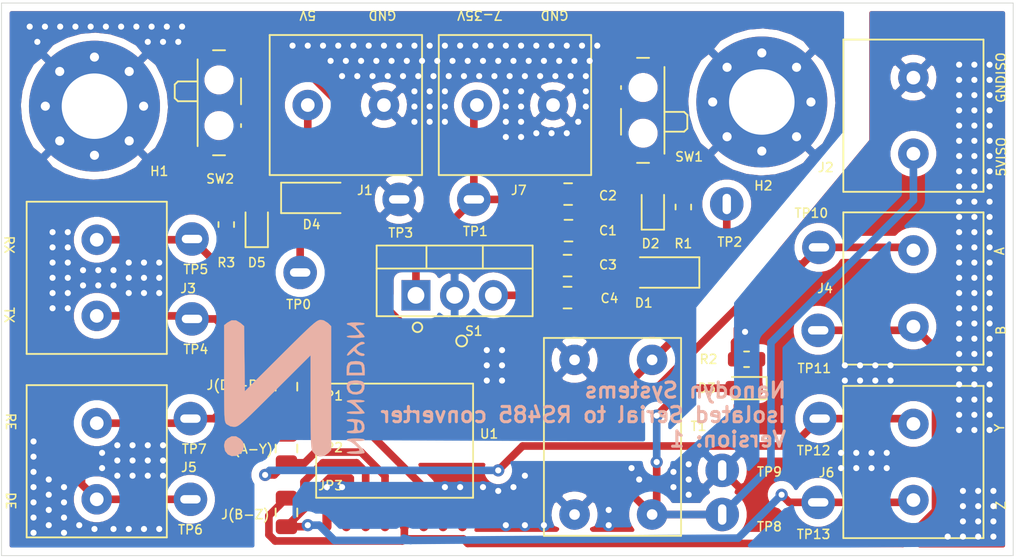
<source format=kicad_pcb>
(kicad_pcb (version 20171130) (host pcbnew "(5.1.5)-3")
  (layers (0 F.Cu signal) (31 B.Cu signal) (34 B.Paste user) (35 F.Paste user) (36 B.SilkS user) (37 F.SilkS user) (38 B.Mask user) (39 F.Mask user) (44 Edge.Cuts user))
  (net 0 "")
  (net 1 Input)
  (net 2 GND)
  (net 3 5V)
  (net 4 RX)
  (net 5 RE)
  (net 6 GNDISO)
  (net 7 A)
  (net 8 Y)
  (net 9 DE)
  (net 10 Z)
  (net 11 B)
  (net 12 5VISO)
  (net 13 TX)
  (net 14 "Net-(C3-Pad1)")
  (net 15 "Net-(D1-Pad2)")
  (net 16 "Net-(D2-Pad1)")
  (net 17 "Net-(D3-Pad1)")
  (net 18 "Net-(D4-Pad1)")
  (net 19 "Net-(D5-Pad1)")
  (net 20 5VINPUT)
  (module parts:XY118-5.0-2P (layer F.Cu) (at 86.15 79.45 90)
    (fp_text reference J4 (at 0 -4.2 180) (layer F.SilkS) (effects (font (size 0.6 0.6) (thickness 0.1))))
    (fp_text value XY118-5.0-2P)
    (pad 2 thru_hole circle (at 2.5 1.6 90) (size 2 2) (drill 0.9) (layers *.Cu *.Mask) (net 7 A))
    (pad 1 thru_hole circle (at -2.5 1.6 90) (size 2 2) (drill 0.9) (layers *.Cu *.Mask) (net 11 B))
  )
  (module parts:XY118-5.0-2P (layer F.Cu) (at 86.15 90.85 90)
    (fp_text reference J6 (at -0.7 -4.1 180) (layer F.SilkS) (effects (font (size 0.6 0.6) (thickness 0.1))))
    (fp_text value XY118-5.0-2P)
    (pad 2 thru_hole circle (at 2.5 1.6 90) (size 2 2) (drill 0.9) (layers *.Cu *.Mask) (net 8 Y))
    (pad 1 thru_hole circle (at -2.5 1.6 90) (size 2 2) (drill 0.9) (layers *.Cu *.Mask) (net 10 Z))
  )
  (module parts:XY118-5.0-2P (layer F.Cu) (at 86.15 68.1 90)
    (fp_text reference J2 (at -3.4 -4.15 180) (layer F.SilkS) (effects (font (size 0.6 0.6) (thickness 0.1))))
    (fp_text value XY118-5.0-2P)
    (pad 2 thru_hole circle (at 2.5 1.6 90) (size 2 2) (drill 0.9) (layers *.Cu *.Mask) (net 6 GNDISO))
    (pad 1 thru_hole circle (at -2.5 1.6 90) (size 2 2) (drill 0.9) (layers *.Cu *.Mask) (net 12 5VISO))
  )
  (module parts:XY118-5.0-2P (layer F.Cu) (at 32.55 90.8 90)
    (fp_text reference J5 (at -0.4 7.65 180) (layer F.SilkS) (effects (font (size 0.6 0.6) (thickness 0.1))))
    (fp_text value XY118-5.0-2P)
    (pad 2 thru_hole circle (at 2.5 1.6 90) (size 2 2) (drill 0.9) (layers *.Cu *.Mask) (net 5 RE))
    (pad 1 thru_hole circle (at -2.5 1.6 90) (size 2 2) (drill 0.9) (layers *.Cu *.Mask) (net 9 DE))
  )
  (module parts:XY118-5.0-2P (layer F.Cu) (at 32.55 78.75 90)
    (fp_text reference J3 (at -0.7 7.6 180) (layer F.SilkS) (effects (font (size 0.6 0.6) (thickness 0.1))))
    (fp_text value XY118-5.0-2P)
    (pad 2 thru_hole circle (at 2.5 1.6 90) (size 2 2) (drill 0.9) (layers *.Cu *.Mask) (net 4 RX))
    (pad 1 thru_hole circle (at -2.5 1.6 90) (size 2 2) (drill 0.9) (layers *.Cu *.Mask) (net 13 TX))
  )
  (module parts:XY118-5.0-2P (layer F.Cu) (at 50.5 69 180)
    (fp_text reference J1 (at -1.25 -4) (layer F.SilkS) (effects (font (size 0.6 0.6) (thickness 0.1))))
    (fp_text value XY118-5.0-2P)
    (pad 2 thru_hole circle (at 2.5 1.6 180) (size 2 2) (drill 0.9) (layers *.Cu *.Mask) (net 20 5VINPUT))
    (pad 1 thru_hole circle (at -2.5 1.6 180) (size 2 2) (drill 0.9) (layers *.Cu *.Mask) (net 2 GND))
  )
  (module parts:XY118-5.0-2P (layer F.Cu) (at 61.6 69 180)
    (fp_text reference J7 (at -0.25 -4) (layer F.SilkS) (effects (font (size 0.6 0.6) (thickness 0.1))))
    (fp_text value XY118-5.0-2P)
    (pad 2 thru_hole circle (at 2.5 1.6 180) (size 2 2) (drill 0.9) (layers *.Cu *.Mask) (net 1 Input))
    (pad 1 thru_hole circle (at -2.5 1.6 180) (size 2 2) (drill 0.9) (layers *.Cu *.Mask) (net 2 GND))
  )
  (module Package_TO_SOT_THT:TO-220-3_Vertical (layer F.Cu) (at 55.1 79.9)
    (fp_text reference S1 (at 3.8 2.35) (layer F.SilkS) (effects (font (size 0.6 0.6) (thickness 0.1))))
    (fp_text value LM7805_TO220)
    (pad 3 thru_hole oval (at 5.08 0) (size 1.905 2) (drill 1.1) (layers *.Cu *.Mask) (net 14 "Net-(C3-Pad1)"))
    (pad 2 thru_hole oval (at 2.54 0) (size 1.905 2) (drill 1.1) (layers *.Cu *.Mask) (net 2 GND))
    (pad 1 thru_hole rect (at 0 0) (size 1.905 2) (drill 1.1) (layers *.Cu *.Mask) (net 1 Input))
  )
  (module Button_Switch_SMD:SW_SPDT_PCM12 (layer F.Cu) (at 69.68 67.75 90)
    (fp_text reference SW1 (at -3.05 3.35 180) (layer F.SilkS) (effects (font (size 0.6 0.6) (thickness 0.1))))
    (fp_text value SW_SPDT)
    (pad "" smd rect (at -3.65 -0.78 90) (size 1 0.8) (layers F.Cu F.Paste F.Mask))
    (pad "" smd rect (at 3.65 -0.78 90) (size 1 0.8) (layers F.Cu F.Paste F.Mask))
    (pad "" smd rect (at 3.65 1.43 90) (size 1 0.8) (layers F.Cu F.Paste F.Mask))
    (pad "" smd rect (at -3.65 1.43 90) (size 1 0.8) (layers F.Cu F.Paste F.Mask))
    (pad 3 smd rect (at 2.25 -1.43 90) (size 0.7 1.5) (layers F.Cu F.Paste F.Mask))
    (pad 2 smd rect (at 0.75 -1.43 90) (size 0.7 1.5) (layers F.Cu F.Paste F.Mask) (net 14 "Net-(C3-Pad1)"))
    (pad 1 smd rect (at -2.25 -1.43 90) (size 0.7 1.5) (layers F.Cu F.Paste F.Mask) (net 15 "Net-(D1-Pad2)"))
    (pad "" np_thru_hole circle (at 1.5 0.33 90) (size 0.9 0.9) (drill 0.9) (layers *.Cu *.Mask))
    (pad "" np_thru_hole circle (at -1.5 0.33 90) (size 0.9 0.9) (drill 0.9) (layers *.Cu *.Mask))
  )
  (module parts:NanodynSilkscreen (layer B.Cu) (at 47.25 86 180)
    (fp_text reference G*** hide)
    (fp_text value LOGO hide)
  )
  (module parts:5001 (layer F.Cu) (at 81.5 82.2)
    (fp_text reference TP11 (at -0.25 2.5) (layer F.SilkS) (effects (font (size 0.6 0.6) (thickness 0.1))))
    (fp_text value 5001)
    (pad 1 thru_hole circle (at 0 0) (size 2.2 2.2) (drill oval 1.34 0.55) (layers *.Cu *.Mask) (net 11 B))
  )
  (module parts:5001 (layer F.Cu) (at 58.9 73.6)
    (fp_text reference TP1 (at 0.1 2.1) (layer F.SilkS) (effects (font (size 0.6 0.6) (thickness 0.1))))
    (fp_text value 5001)
    (pad 1 thru_hole circle (at 0 0) (size 2.2 2.2) (drill oval 1.34 0.55) (layers *.Cu *.Mask) (net 1 Input))
  )
  (module parts:5001 (layer F.Cu) (at 40.3 93.3)
    (fp_text reference TP6 (at 0 2) (layer F.SilkS) (effects (font (size 0.6 0.6) (thickness 0.1))))
    (fp_text value 5001)
    (pad 1 thru_hole circle (at 0 0) (size 2.2 2.2) (drill oval 1.34 0.55) (layers *.Cu *.Mask) (net 9 DE))
  )
  (module parts:5001 (layer F.Cu) (at 40.4 76.2)
    (fp_text reference TP5 (at 0.25 2) (layer F.SilkS) (effects (font (size 0.6 0.6) (thickness 0.1))))
    (fp_text value 5001)
    (pad 1 thru_hole circle (at 0 0) (size 2.2 2.2) (drill oval 1.34 0.55) (layers *.Cu *.Mask) (net 4 RX))
  )
  (module parts:5001 (layer F.Cu) (at 81.5 93.5)
    (fp_text reference TP13 (at -0.3 2.1) (layer F.SilkS) (effects (font (size 0.6 0.6) (thickness 0.1))))
    (fp_text value 5001)
    (pad 1 thru_hole circle (at 0 0) (size 2.2 2.2) (drill oval 1.34 0.55) (layers *.Cu *.Mask) (net 10 Z))
  )
  (module parts:HR610660 (layer F.Cu) (at 68.1 90.4 180)
    (fp_text reference T1 (at -5.55 1.9) (layer F.SilkS) (effects (font (size 0.6 0.6) (thickness 0.1))))
    (fp_text value HR610660)
    (pad 5 thru_hole circle (at -2.5 6.26 180) (size 2 2) (drill 0.7) (layers *.Cu *.Mask) (net 3 5V))
    (pad 1 thru_hole circle (at 2.59 6.26 180) (size 2 2) (drill 0.7) (layers *.Cu *.Mask) (net 2 GND))
    (pad 2 thru_hole circle (at 2.59 -3.9 180) (size 2 2) (drill 0.7) (layers *.Cu *.Mask) (net 6 GNDISO))
    (pad 6 thru_hole circle (at -2.5 -3.9 180) (size 2 2) (drill 0.7) (layers *.Cu *.Mask) (net 12 5VISO))
  )
  (module parts:5001 (layer F.Cu) (at 54 73.6)
    (fp_text reference TP3 (at 0.1 2.2) (layer F.SilkS) (effects (font (size 0.6 0.6) (thickness 0.1))))
    (fp_text value 5001)
    (pad 1 thru_hole circle (at 0 0) (size 2.2 2.2) (drill oval 1.34 0.55) (layers *.Cu *.Mask) (net 2 GND))
  )
  (module parts:5001 (layer F.Cu) (at 75.2 91.4 270)
    (fp_text reference TP9 (at 0.1 -3.1 180) (layer F.SilkS) (effects (font (size 0.6 0.6) (thickness 0.1))))
    (fp_text value 5001)
    (pad 1 thru_hole circle (at 0 0 270) (size 2.2 2.2) (drill oval 1.34 0.55) (layers *.Cu *.Mask) (net 6 GNDISO))
  )
  (module parts:5001 (layer F.Cu) (at 40.4 81.45)
    (fp_text reference TP4 (at 0.25 2) (layer F.SilkS) (effects (font (size 0.6 0.6) (thickness 0.1))))
    (fp_text value 5001)
    (pad 1 thru_hole circle (at 0 0) (size 2.2 2.2) (drill oval 1.34 0.55) (layers *.Cu *.Mask) (net 13 TX))
  )
  (module parts:5001 (layer F.Cu) (at 75.5 73.9 90)
    (fp_text reference TP2 (at -2.5 0.2 180) (layer F.SilkS) (effects (font (size 0.6 0.6) (thickness 0.1))))
    (fp_text value 5001)
    (pad 1 thru_hole circle (at 0 0 90) (size 2.2 2.2) (drill oval 1.34 0.55) (layers *.Cu *.Mask) (net 3 5V))
  )
  (module parts:5001 (layer F.Cu) (at 40.3 88)
    (fp_text reference TP7 (at 0.25 2) (layer F.SilkS) (effects (font (size 0.6 0.6) (thickness 0.1))))
    (fp_text value 5001)
    (pad 1 thru_hole circle (at 0 0) (size 2.2 2.2) (drill oval 1.34 0.55) (layers *.Cu *.Mask) (net 5 RE))
  )
  (module parts:5001 (layer F.Cu) (at 81.55 76.75)
    (fp_text reference TP10 (at -0.5 -2.25) (layer F.SilkS) (effects (font (size 0.6 0.6) (thickness 0.1))))
    (fp_text value 5001)
    (pad 1 thru_hole circle (at 0 0) (size 2.2 2.2) (drill oval 1.34 0.55) (layers *.Cu *.Mask) (net 7 A))
  )
  (module parts:5001 (layer F.Cu) (at 81.6 88)
    (fp_text reference TP12 (at -0.4 2.1) (layer F.SilkS) (effects (font (size 0.6 0.6) (thickness 0.1))))
    (fp_text value 5001)
    (pad 1 thru_hole circle (at 0 0) (size 2.2 2.2) (drill oval 1.34 0.55) (layers *.Cu *.Mask) (net 8 Y))
  )
  (module parts:5001 (layer F.Cu) (at 75.2 94.3 90)
    (fp_text reference TP8 (at -0.8 3.1 180) (layer F.SilkS) (effects (font (size 0.6 0.6) (thickness 0.1))))
    (fp_text value 5001)
    (pad 1 thru_hole circle (at 0 0 90) (size 2.2 2.2) (drill oval 1.34 0.55) (layers *.Cu *.Mask) (net 12 5VISO))
  )
  (module Capacitor_SMD:C_0805_2012Metric (layer F.Cu) (at 65.0875 73.25)
    (fp_text reference C2 (at 2.6125 0.1 180) (layer F.SilkS) (effects (font (size 0.6 0.6) (thickness 0.1))))
    (fp_text value 10n)
    (pad 2 smd roundrect (at 0.9375 0) (size 0.975 1.4) (layers F.Cu F.Paste F.Mask) (net 2 GND))
    (pad 1 smd roundrect (at -0.9375 0) (size 0.975 1.4) (layers F.Cu F.Paste F.Mask) (net 1 Input))
  )
  (module Capacitor_SMD:C_0805_2012Metric (layer F.Cu) (at 65.1125 75.65)
    (fp_text reference C1 (at 2.5875 0) (layer F.SilkS) (effects (font (size 0.6 0.6) (thickness 0.1))))
    (fp_text value 100n)
    (pad 2 smd roundrect (at 0.9375 0) (size 0.975 1.4) (layers F.Cu F.Paste F.Mask) (net 2 GND))
    (pad 1 smd roundrect (at -0.9375 0) (size 0.975 1.4) (layers F.Cu F.Paste F.Mask) (net 1 Input))
  )
  (module Capacitor_SMD:C_0805_2012Metric (layer F.Cu) (at 65.05 77.95)
    (fp_text reference C3 (at 2.65 -0.05 180) (layer F.SilkS) (effects (font (size 0.6 0.6) (thickness 0.1))))
    (fp_text value 100n)
    (pad 2 smd roundrect (at 0.9375 0) (size 0.975 1.4) (layers F.Cu F.Paste F.Mask) (net 2 GND))
    (pad 1 smd roundrect (at -0.9375 0) (size 0.975 1.4) (layers F.Cu F.Paste F.Mask) (net 14 "Net-(C3-Pad1)"))
  )
  (module Capacitor_SMD:C_0805_2012Metric (layer F.Cu) (at 65.05 80.05)
    (fp_text reference C4 (at 2.75 0.05) (layer F.SilkS) (effects (font (size 0.6 0.6) (thickness 0.1))))
    (fp_text value 10n)
    (pad 2 smd roundrect (at 0.9375 0) (size 0.975 1.4) (layers F.Cu F.Paste F.Mask) (net 2 GND))
    (pad 1 smd roundrect (at -0.9375 0) (size 0.975 1.4) (layers F.Cu F.Paste F.Mask) (net 14 "Net-(C3-Pad1)"))
  )
  (module Resistor_SMD:R_0805_2012Metric (layer F.Cu) (at 46.6 85.9 270)
    (fp_text reference JP1 (at 0.6 -2.9 180) (layer F.SilkS) (effects (font (size 0.6 0.6) (thickness 0.1))))
    (fp_text value Open)
    (pad 2 smd roundrect (at 0.9375 0 270) (size 0.975 1.4) (layers F.Cu F.Paste F.Mask) (net 5 RE))
    (pad 1 smd roundrect (at -0.9375 0 270) (size 0.975 1.4) (layers F.Cu F.Paste F.Mask) (net 9 DE))
  )
  (module Resistor_SMD:R_0805_2012Metric (layer F.Cu) (at 46.6 89.9625 270)
    (fp_text reference JP2 (at -0.0625 -2.9 180) (layer F.SilkS) (effects (font (size 0.6 0.6) (thickness 0.1))))
    (fp_text value Open)
    (pad 2 smd roundrect (at 0.9375 0 270) (size 0.975 1.4) (layers F.Cu F.Paste F.Mask) (net 8 Y))
    (pad 1 smd roundrect (at -0.9375 0 270) (size 0.975 1.4) (layers F.Cu F.Paste F.Mask) (net 7 A))
  )
  (module Resistor_SMD:R_0805_2012Metric (layer F.Cu) (at 46.6 94.1625 270)
    (fp_text reference JP3 (at -1.7625 -2.9 180) (layer F.SilkS) (effects (font (size 0.6 0.6) (thickness 0.1))))
    (fp_text value Open)
    (pad 2 smd roundrect (at 0.9375 0 270) (size 0.975 1.4) (layers F.Cu F.Paste F.Mask) (net 10 Z))
    (pad 1 smd roundrect (at -0.9375 0 270) (size 0.975 1.4) (layers F.Cu F.Paste F.Mask) (net 11 B))
  )
  (module parts:ISO3086 (layer F.Cu) (at 58.85 85.7 270)
    (fp_text reference U1 (at 3.3 -1.05 180) (layer F.SilkS) (effects (font (size 0.6 0.6) (thickness 0.1))))
    (fp_text value ISO3086DWR)
    (pad 16 smd oval (at 8.7 0.7 270) (size 2 0.6) (layers F.Cu F.Paste F.Mask) (net 12 5VISO))
    (pad 15 smd oval (at 8.7 1.97 270) (size 2 0.6) (layers F.Cu F.Paste F.Mask) (net 6 GNDISO))
    (pad 14 smd oval (at 8.7 3.24 270) (size 2 0.6) (layers F.Cu F.Paste F.Mask) (net 7 A))
    (pad 13 smd oval (at 8.7 4.51 270) (size 2 0.6) (layers F.Cu F.Paste F.Mask) (net 11 B))
    (pad 12 smd oval (at 8.7 5.78 270) (size 2 0.6) (layers F.Cu F.Paste F.Mask) (net 8 Y))
    (pad 9 smd oval (at 8.7 9.59 270) (size 2 0.6) (layers F.Cu F.Paste F.Mask) (net 6 GNDISO))
    (pad 11 smd oval (at 8.7 7.05 270) (size 2 0.6) (layers F.Cu F.Paste F.Mask) (net 10 Z))
    (pad 10 smd oval (at 8.7 8.32 270) (size 2 0.6) (layers F.Cu F.Paste F.Mask) (net 6 GNDISO))
    (pad 8 smd oval (at -1.2 9.59 270) (size 2 0.6) (layers F.Cu F.Paste F.Mask) (net 2 GND))
    (pad 7 smd oval (at -1.2 8.32 270) (size 2 0.6) (layers F.Cu F.Paste F.Mask) (net 2 GND))
    (pad 6 smd oval (at -1.2 7.05 270) (size 2 0.6) (layers F.Cu F.Paste F.Mask) (net 13 TX))
    (pad 5 smd oval (at -1.2 5.78 270) (size 2 0.6) (layers F.Cu F.Paste F.Mask) (net 9 DE))
    (pad 4 smd oval (at -1.2 4.51 270) (size 2 0.6) (layers F.Cu F.Paste F.Mask) (net 5 RE))
    (pad 3 smd oval (at -1.2 3.24 270) (size 2 0.6) (layers F.Cu F.Paste F.Mask) (net 4 RX))
    (pad 2 smd oval (at -1.2 1.97 270) (size 2 0.6) (layers F.Cu F.Paste F.Mask) (net 2 GND))
    (pad 1 smd oval (at -1.2 0.7 270) (size 2 0.6) (layers F.Cu F.Paste F.Mask) (net 3 5V))
  )
  (module Diode_SMD:D_SOD-123 (layer F.Cu) (at 71.45 78.4 180)
    (fp_text reference D1 (at 1.4 -2) (layer F.SilkS) (effects (font (size 0.6 0.6) (thickness 0.1))))
    (fp_text value D_Zener)
    (pad 2 smd rect (at 1.65 0 180) (size 0.9 1.2) (layers F.Cu F.Paste F.Mask) (net 15 "Net-(D1-Pad2)"))
    (pad 1 smd rect (at -1.65 0 180) (size 0.9 1.2) (layers F.Cu F.Paste F.Mask) (net 3 5V))
  )
  (module LED_SMD:LED_0603_1608Metric (layer F.Cu) (at 70.65 74.1 90)
    (fp_text reference D2 (at -2.4 -0.15 180) (layer F.SilkS) (effects (font (size 0.6 0.6) (thickness 0.1))))
    (fp_text value LED)
    (pad 2 smd roundrect (at 0.7875 0 90) (size 0.875 0.95) (layers F.Cu F.Paste F.Mask) (net 15 "Net-(D1-Pad2)"))
    (pad 1 smd roundrect (at -0.7875 0 90) (size 0.875 0.95) (layers F.Cu F.Paste F.Mask) (net 16 "Net-(D2-Pad1)"))
  )
  (module LED_SMD:LED_0603_1608Metric (layer F.Cu) (at 76.6375 86 180)
    (fp_text reference D3 (at 2.4375 0) (layer F.SilkS) (effects (font (size 0.6 0.6) (thickness 0.1))))
    (fp_text value LED)
    (pad 2 smd roundrect (at 0.7875 0 180) (size 0.875 0.95) (layers F.Cu F.Paste F.Mask) (net 12 5VISO))
    (pad 1 smd roundrect (at -0.7875 0 180) (size 0.875 0.95) (layers F.Cu F.Paste F.Mask) (net 17 "Net-(D3-Pad1)"))
  )
  (module Diode_SMD:D_SOD-123 (layer F.Cu) (at 48.5 73.5)
    (fp_text reference D4 (at -0.25 1.75) (layer F.SilkS) (effects (font (size 0.6 0.6) (thickness 0.1))))
    (fp_text value D_Zener)
    (pad 2 smd rect (at 1.65 0) (size 0.9 1.2) (layers F.Cu F.Paste F.Mask) (net 20 5VINPUT))
    (pad 1 smd rect (at -1.65 0) (size 0.9 1.2) (layers F.Cu F.Paste F.Mask) (net 18 "Net-(D4-Pad1)"))
  )
  (module LED_SMD:LED_0603_1608Metric (layer F.Cu) (at 44.65 75.25 90)
    (fp_text reference D5 (at -2.5 0 180) (layer F.SilkS) (effects (font (size 0.6 0.6) (thickness 0.1))))
    (fp_text value LED)
    (pad 2 smd roundrect (at 0.7875 0 90) (size 0.875 0.95) (layers F.Cu F.Paste F.Mask) (net 20 5VINPUT))
    (pad 1 smd roundrect (at -0.7875 0 90) (size 0.875 0.95) (layers F.Cu F.Paste F.Mask) (net 19 "Net-(D5-Pad1)"))
  )
  (module MountingHole:MountingHole_4.3mm_M4_Pad_Via (layer F.Cu) (at 34 67.475)
    (fp_text reference H1 (at 4.25 4.275) (layer F.SilkS) (effects (font (size 0.6 0.6) (thickness 0.1))))
    (fp_text value MountingHole_Pad)
    (pad 1 thru_hole circle (at 2.280419 -2.280419) (size 0.9 0.9) (drill 0.6) (layers *.Cu *.Mask) (net 2 GND))
    (pad 1 thru_hole circle (at 0 -3.225) (size 0.9 0.9) (drill 0.6) (layers *.Cu *.Mask) (net 2 GND))
    (pad 1 thru_hole circle (at -2.280419 -2.280419) (size 0.9 0.9) (drill 0.6) (layers *.Cu *.Mask) (net 2 GND))
    (pad 1 thru_hole circle (at -3.225 0) (size 0.9 0.9) (drill 0.6) (layers *.Cu *.Mask) (net 2 GND))
    (pad 1 thru_hole circle (at -2.280419 2.280419) (size 0.9 0.9) (drill 0.6) (layers *.Cu *.Mask) (net 2 GND))
    (pad 1 thru_hole circle (at 0 3.225) (size 0.9 0.9) (drill 0.6) (layers *.Cu *.Mask) (net 2 GND))
    (pad 1 thru_hole circle (at 2.280419 2.280419) (size 0.9 0.9) (drill 0.6) (layers *.Cu *.Mask) (net 2 GND))
    (pad 1 thru_hole circle (at 3.225 0) (size 0.9 0.9) (drill 0.6) (layers *.Cu *.Mask) (net 2 GND))
    (pad 1 thru_hole circle (at 0 0) (size 8.6 8.6) (drill 4.3) (layers *.Cu *.Mask) (net 2 GND))
  )
  (module Resistor_SMD:R_0603_1608Metric (layer F.Cu) (at 72.65 74.1 270)
    (fp_text reference R1 (at 2.4 0 180) (layer F.SilkS) (effects (font (size 0.6 0.6) (thickness 0.1))))
    (fp_text value 10k)
    (pad 2 smd roundrect (at 0.7875 0 270) (size 0.875 0.95) (layers F.Cu F.Paste F.Mask) (net 2 GND))
    (pad 1 smd roundrect (at -0.7875 0 270) (size 0.875 0.95) (layers F.Cu F.Paste F.Mask) (net 16 "Net-(D2-Pad1)"))
  )
  (module Resistor_SMD:R_0603_1608Metric (layer F.Cu) (at 76.8 84.1 180)
    (fp_text reference R2 (at 2.5 0) (layer F.SilkS) (effects (font (size 0.6 0.6) (thickness 0.1))))
    (fp_text value 10k)
    (pad 2 smd roundrect (at 0.7875 0 180) (size 0.875 0.95) (layers F.Cu F.Paste F.Mask) (net 6 GNDISO))
    (pad 1 smd roundrect (at -0.7875 0 180) (size 0.875 0.95) (layers F.Cu F.Paste F.Mask) (net 17 "Net-(D3-Pad1)"))
  )
  (module Resistor_SMD:R_0603_1608Metric (layer F.Cu) (at 42.65 75.25 90)
    (fp_text reference R3 (at -2.5 0 180) (layer F.SilkS) (effects (font (size 0.6 0.6) (thickness 0.1))))
    (fp_text value 10k)
    (pad 2 smd roundrect (at 0.7875 0 90) (size 0.875 0.95) (layers F.Cu F.Paste F.Mask) (net 2 GND))
    (pad 1 smd roundrect (at -0.7875 0 90) (size 0.875 0.95) (layers F.Cu F.Paste F.Mask) (net 19 "Net-(D5-Pad1)"))
  )
  (module Button_Switch_SMD:SW_SPDT_PCM12 (layer F.Cu) (at 42.5 67.25 270)
    (fp_text reference SW2 (at 5 0.25 180) (layer F.SilkS) (effects (font (size 0.6 0.6) (thickness 0.1))))
    (fp_text value SW_SPDT)
    (pad "" smd rect (at -3.65 -0.78 270) (size 1 0.8) (layers F.Cu F.Paste F.Mask))
    (pad "" smd rect (at 3.65 -0.78 270) (size 1 0.8) (layers F.Cu F.Paste F.Mask))
    (pad "" smd rect (at 3.65 1.43 270) (size 1 0.8) (layers F.Cu F.Paste F.Mask))
    (pad "" smd rect (at -3.65 1.43 270) (size 1 0.8) (layers F.Cu F.Paste F.Mask))
    (pad 3 smd rect (at 2.25 -1.43 270) (size 0.7 1.5) (layers F.Cu F.Paste F.Mask))
    (pad 2 smd rect (at 0.75 -1.43 270) (size 0.7 1.5) (layers F.Cu F.Paste F.Mask) (net 18 "Net-(D4-Pad1)"))
    (pad 1 smd rect (at -2.25 -1.43 270) (size 0.7 1.5) (layers F.Cu F.Paste F.Mask) (net 3 5V))
    (pad "" np_thru_hole circle (at 1.5 0.33 270) (size 0.9 0.9) (drill 0.9) (layers *.Cu *.Mask))
    (pad "" np_thru_hole circle (at -1.5 0.33 270) (size 0.9 0.9) (drill 0.9) (layers *.Cu *.Mask))
  )
  (module MountingHole:MountingHole_4.3mm_M4_Pad_Via (layer F.Cu) (at 77.8 67.2)
    (fp_text reference H2 (at 0.1 5.5) (layer F.SilkS) (effects (font (size 0.6 0.6) (thickness 0.1))))
    (fp_text value MountingHole_Pad)
    (pad 1 thru_hole circle (at 2.280419 -2.280419) (size 0.9 0.9) (drill 0.6) (layers *.Cu *.Mask) (net 2 GND))
    (pad 1 thru_hole circle (at 0 -3.225) (size 0.9 0.9) (drill 0.6) (layers *.Cu *.Mask) (net 2 GND))
    (pad 1 thru_hole circle (at -2.280419 -2.280419) (size 0.9 0.9) (drill 0.6) (layers *.Cu *.Mask) (net 2 GND))
    (pad 1 thru_hole circle (at -3.225 0) (size 0.9 0.9) (drill 0.6) (layers *.Cu *.Mask) (net 2 GND))
    (pad 1 thru_hole circle (at -2.280419 2.280419) (size 0.9 0.9) (drill 0.6) (layers *.Cu *.Mask) (net 2 GND))
    (pad 1 thru_hole circle (at 0 3.225) (size 0.9 0.9) (drill 0.6) (layers *.Cu *.Mask) (net 2 GND))
    (pad 1 thru_hole circle (at 2.280419 2.280419) (size 0.9 0.9) (drill 0.6) (layers *.Cu *.Mask) (net 2 GND))
    (pad 1 thru_hole circle (at 3.225 0) (size 0.9 0.9) (drill 0.6) (layers *.Cu *.Mask) (net 2 GND))
    (pad 1 thru_hole circle (at 0 0) (size 8.6 8.6) (drill 4.3) (layers *.Cu *.Mask) (net 2 GND))
  )
  (module parts:5001 (layer F.Cu) (at 47.5 78.4)
    (fp_text reference TP0 (at -0.1 2.1) (layer F.SilkS) (effects (font (size 0.6 0.6) (thickness 0.1))))
    (fp_text value 5001)
    (pad 1 thru_hole circle (at 0 0) (size 2.2 2.2) (drill oval 1.34 0.55) (layers *.Cu *.Mask) (net 20 5VINPUT))
  )
  (gr_circle (center 55.2 82) (end 55.3 82.3) (layer F.SilkS) (width 0.12))
  (gr_circle (center 58.1 82.9) (end 58.4 83.1) (layer F.SilkS) (width 0.12))
  (gr_text "Nanodyn Systems\nIsolated Serial to RS485 converter\nVersion: 1\n" (at 79.5 87.75) (layer B.SilkS) (effects (font (size 1 1) (thickness 0.2)) (justify left mirror)))
  (gr_line (start 27.9 60.7) (end 94.3 60.7) (layer Edge.Cuts) (width 0.05))
  (gr_line (start 27.9 97) (end 27.9 60.7) (layer Edge.Cuts) (width 0.05))
  (gr_line (start 94.3 97) (end 27.9 97) (layer Edge.Cuts) (width 0.05))
  (gr_line (start 94.3 60.7) (end 94.3 97) (layer Edge.Cuts) (width 0.05))
  (gr_text "J(DE-RE)" (at 43.5 85.8) (layer F.SilkS) (effects (font (size 0.6 0.6) (thickness 0.1))))
  (gr_text "J(A-Y)" (at 44.2 90) (layer F.SilkS) (effects (font (size 0.6 0.6) (thickness 0.1))))
  (gr_text "J(B-Z)" (at 43.9 94.3) (layer F.SilkS) (effects (font (size 0.6 0.6) (thickness 0.1))))
  (gr_text DE (at 28.5 93.4 270) (layer F.SilkS) (effects (font (size 0.6 0.6) (thickness 0.1))))
  (gr_text RE (at 28.5 88.2 270) (layer F.SilkS) (effects (font (size 0.6 0.6) (thickness 0.1))))
  (gr_text TX (at 28.4 81.2 270) (layer F.SilkS) (effects (font (size 0.6 0.6) (thickness 0.1))))
  (gr_text "RX " (at 28.4 76.8 270) (layer F.SilkS) (effects (font (size 0.6 0.6) (thickness 0.1))))
  (gr_text 5V (at 48 61.5 180) (layer F.SilkS) (effects (font (size 0.6 0.6) (thickness 0.1))))
  (gr_text GND (at 52.9 61.5 180) (layer F.SilkS) (effects (font (size 0.6 0.6) (thickness 0.1))))
  (gr_text GND (at 64.2 61.5 180) (layer F.SilkS) (effects (font (size 0.6 0.6) (thickness 0.1))))
  (gr_text "7-35V\n" (at 59.3 61.5 180) (layer F.SilkS) (effects (font (size 0.6 0.6) (thickness 0.1))))
  (gr_text GNDISO (at 93.5 65.6 90) (layer F.SilkS) (effects (font (size 0.6 0.6) (thickness 0.1))))
  (gr_text "5VISO\n\n" (at 94 70.8 90) (layer F.SilkS) (effects (font (size 0.6 0.6) (thickness 0.1))))
  (gr_text A (at 93.4 77 90) (layer F.SilkS) (effects (font (size 0.6 0.6) (thickness 0.1))))
  (gr_text B (at 93.5 82.2 90) (layer F.SilkS) (effects (font (size 0.6 0.6) (thickness 0.1))))
  (gr_text Y (at 93.4 88.6 90) (layer F.SilkS) (effects (font (size 0.6 0.6) (thickness 0.1))))
  (gr_text Z (at 93.5 93.7 90) (layer F.SilkS) (effects (font (size 0.6 0.6) (thickness 0.1))))
  (segment (start 55.1 77.4) (end 58.9 73.6) (width 0.5) (layer F.Cu) (net 1))
  (segment (start 55.1 79.9) (end 55.1 77.4) (width 0.5) (layer F.Cu) (net 1))
  (segment (start 62.125 73.6) (end 64.175 75.65) (width 0.5) (layer F.Cu) (net 1))
  (segment (start 58.9 73.6) (end 62.125 73.6) (width 0.5) (layer F.Cu) (net 1))
  (segment (start 64.175 73.275) (end 64.15 73.25) (width 0.5) (layer F.Cu) (net 1))
  (segment (start 64.175 75.65) (end 64.175 73.275) (width 0.5) (layer F.Cu) (net 1))
  (segment (start 58.9 67.6) (end 59.1 67.4) (width 0.5) (layer F.Cu) (net 1))
  (segment (start 58.9 73.6) (end 58.9 67.6) (width 0.5) (layer F.Cu) (net 1))
  (via (at 60.75 85.5) (size 0.8) (drill 0.4) (layers F.Cu B.Cu) (net 2))
  (via (at 59.75 85.5) (size 0.8) (drill 0.4) (layers F.Cu B.Cu) (net 2))
  (via (at 59.75 84.5) (size 0.8) (drill 0.4) (layers F.Cu B.Cu) (net 2))
  (via (at 60.75 84.5) (size 0.8) (drill 0.4) (layers F.Cu B.Cu) (net 2))
  (via (at 60.75 83.5) (size 0.8) (drill 0.4) (layers F.Cu B.Cu) (net 2))
  (via (at 59.75 83.5) (size 0.8) (drill 0.4) (layers F.Cu B.Cu) (net 2))
  (via (at 47 63.5) (size 0.8) (drill 0.4) (layers F.Cu B.Cu) (net 2))
  (via (at 48 63.5) (size 0.8) (drill 0.4) (layers F.Cu B.Cu) (net 2))
  (via (at 49 63.5) (size 0.8) (drill 0.4) (layers F.Cu B.Cu) (net 2))
  (via (at 50 63.5) (size 0.8) (drill 0.4) (layers F.Cu B.Cu) (net 2))
  (via (at 51 63.5) (size 0.8) (drill 0.4) (layers F.Cu B.Cu) (net 2))
  (via (at 52 63.5) (size 0.8) (drill 0.4) (layers F.Cu B.Cu) (net 2))
  (via (at 53 63.5) (size 0.8) (drill 0.4) (layers F.Cu B.Cu) (net 2))
  (via (at 54 63.5) (size 0.8) (drill 0.4) (layers F.Cu B.Cu) (net 2))
  (via (at 55 63.5) (size 0.8) (drill 0.4) (layers F.Cu B.Cu) (net 2))
  (via (at 56 63.5) (size 0.8) (drill 0.4) (layers F.Cu B.Cu) (net 2))
  (via (at 57 63.5) (size 0.8) (drill 0.4) (layers F.Cu B.Cu) (net 2))
  (via (at 58 63.5) (size 0.8) (drill 0.4) (layers F.Cu B.Cu) (net 2))
  (via (at 59 63.5) (size 0.8) (drill 0.4) (layers F.Cu B.Cu) (net 2))
  (via (at 60 63.5) (size 0.8) (drill 0.4) (layers F.Cu B.Cu) (net 2))
  (via (at 61 63.5) (size 0.8) (drill 0.4) (layers F.Cu B.Cu) (net 2))
  (via (at 62 63.5) (size 0.8) (drill 0.4) (layers F.Cu B.Cu) (net 2))
  (via (at 63 63.5) (size 0.8) (drill 0.4) (layers F.Cu B.Cu) (net 2))
  (via (at 64 63.5) (size 0.8) (drill 0.4) (layers F.Cu B.Cu) (net 2))
  (via (at 65 63.5) (size 0.8) (drill 0.4) (layers F.Cu B.Cu) (net 2))
  (via (at 66 63.5) (size 0.8) (drill 0.4) (layers F.Cu B.Cu) (net 2))
  (via (at 49.5 64.5) (size 0.8) (drill 0.4) (layers F.Cu B.Cu) (net 2))
  (via (at 50.5 64.5) (size 0.8) (drill 0.4) (layers F.Cu B.Cu) (net 2))
  (via (at 51.5 64.5) (size 0.8) (drill 0.4) (layers F.Cu B.Cu) (net 2))
  (via (at 52.5 64.5) (size 0.8) (drill 0.4) (layers F.Cu B.Cu) (net 2))
  (via (at 53.5 64.5) (size 0.8) (drill 0.4) (layers F.Cu B.Cu) (net 2))
  (via (at 54.5 64.5) (size 0.8) (drill 0.4) (layers F.Cu B.Cu) (net 2))
  (via (at 55.5 64.5) (size 0.8) (drill 0.4) (layers F.Cu B.Cu) (net 2))
  (via (at 56.5 64.5) (size 0.8) (drill 0.4) (layers F.Cu B.Cu) (net 2))
  (via (at 57.5 64.5) (size 0.8) (drill 0.4) (layers F.Cu B.Cu) (net 2))
  (via (at 58.5 64.5) (size 0.8) (drill 0.4) (layers F.Cu B.Cu) (net 2))
  (via (at 59.5 64.5) (size 0.8) (drill 0.4) (layers F.Cu B.Cu) (net 2))
  (via (at 60.5 64.5) (size 0.8) (drill 0.4) (layers F.Cu B.Cu) (net 2))
  (via (at 61.5 64.5) (size 0.8) (drill 0.4) (layers F.Cu B.Cu) (net 2))
  (via (at 62.5 64.5) (size 0.8) (drill 0.4) (layers F.Cu B.Cu) (net 2))
  (via (at 63.5 64.5) (size 0.8) (drill 0.4) (layers F.Cu B.Cu) (net 2))
  (via (at 64.5 64.5) (size 0.8) (drill 0.4) (layers F.Cu B.Cu) (net 2))
  (via (at 65.5 64.5) (size 0.8) (drill 0.4) (layers F.Cu B.Cu) (net 2))
  (via (at 50.25 65.5) (size 0.8) (drill 0.4) (layers F.Cu B.Cu) (net 2))
  (via (at 51.25 65.5) (size 0.8) (drill 0.4) (layers F.Cu B.Cu) (net 2))
  (via (at 52.25 65.5) (size 0.8) (drill 0.4) (layers F.Cu B.Cu) (net 2))
  (via (at 53.25 65.5) (size 0.8) (drill 0.4) (layers F.Cu B.Cu) (net 2))
  (via (at 54.25 65.5) (size 0.8) (drill 0.4) (layers F.Cu B.Cu) (net 2))
  (via (at 55.25 65.5) (size 0.8) (drill 0.4) (layers F.Cu B.Cu) (net 2))
  (via (at 56.25 65.5) (size 0.8) (drill 0.4) (layers F.Cu B.Cu) (net 2))
  (via (at 55 66.5) (size 0.8) (drill 0.4) (layers F.Cu B.Cu) (net 2))
  (via (at 56 66.5) (size 0.8) (drill 0.4) (layers F.Cu B.Cu) (net 2))
  (via (at 57 66.5) (size 0.8) (drill 0.4) (layers F.Cu B.Cu) (net 2))
  (via (at 57.25 65.5) (size 0.8) (drill 0.4) (layers F.Cu B.Cu) (net 2))
  (via (at 58.25 65.5) (size 0.8) (drill 0.4) (layers F.Cu B.Cu) (net 2))
  (via (at 59.25 65.5) (size 0.8) (drill 0.4) (layers F.Cu B.Cu) (net 2))
  (via (at 60.25 65.5) (size 0.8) (drill 0.4) (layers F.Cu B.Cu) (net 2))
  (via (at 61.25 65.5) (size 0.8) (drill 0.4) (layers F.Cu B.Cu) (net 2))
  (via (at 61 66.5) (size 0.8) (drill 0.4) (layers F.Cu B.Cu) (net 2))
  (via (at 62 66.5) (size 0.8) (drill 0.4) (layers F.Cu B.Cu) (net 2))
  (via (at 62.25 65.5) (size 0.8) (drill 0.4) (layers F.Cu B.Cu) (net 2))
  (via (at 63.25 65.5) (size 0.8) (drill 0.4) (layers F.Cu B.Cu) (net 2))
  (via (at 64.25 65.5) (size 0.8) (drill 0.4) (layers F.Cu B.Cu) (net 2))
  (via (at 65.25 65.5) (size 0.8) (drill 0.4) (layers F.Cu B.Cu) (net 2))
  (via (at 66.25 65.5) (size 0.8) (drill 0.4) (layers F.Cu B.Cu) (net 2))
  (via (at 66.5 64.5) (size 0.8) (drill 0.4) (layers F.Cu B.Cu) (net 2))
  (via (at 67 63.5) (size 0.8) (drill 0.4) (layers F.Cu B.Cu) (net 2))
  (via (at 55 67.5) (size 0.8) (drill 0.4) (layers F.Cu B.Cu) (net 2))
  (via (at 56 67.5) (size 0.8) (drill 0.4) (layers F.Cu B.Cu) (net 2))
  (via (at 57 67.5) (size 0.8) (drill 0.4) (layers F.Cu B.Cu) (net 2))
  (via (at 61 67.5) (size 0.8) (drill 0.4) (layers F.Cu B.Cu) (net 2))
  (via (at 62 67.5) (size 0.8) (drill 0.4) (layers F.Cu B.Cu) (net 2))
  (via (at 66.25 66.5) (size 0.8) (drill 0.4) (layers F.Cu B.Cu) (net 2))
  (via (at 66.25 67.5) (size 0.8) (drill 0.4) (layers F.Cu B.Cu) (net 2))
  (via (at 65.75 68.5) (size 0.8) (drill 0.4) (layers F.Cu B.Cu) (net 2))
  (via (at 65 69.25) (size 0.8) (drill 0.4) (layers F.Cu B.Cu) (net 2))
  (via (at 64 69.25) (size 0.8) (drill 0.4) (layers F.Cu B.Cu) (net 2))
  (via (at 63 69.25) (size 0.8) (drill 0.4) (layers F.Cu B.Cu) (net 2))
  (via (at 62 68.5) (size 0.8) (drill 0.4) (layers F.Cu B.Cu) (net 2))
  (via (at 61 68.5) (size 0.8) (drill 0.4) (layers F.Cu B.Cu) (net 2))
  (via (at 62 69.5) (size 0.8) (drill 0.4) (layers F.Cu B.Cu) (net 2))
  (via (at 61 69.5) (size 0.8) (drill 0.4) (layers F.Cu B.Cu) (net 2))
  (via (at 55 68.5) (size 0.8) (drill 0.4) (layers F.Cu B.Cu) (net 2))
  (via (at 56 68.5) (size 0.8) (drill 0.4) (layers F.Cu B.Cu) (net 2))
  (via (at 57 68.5) (size 0.8) (drill 0.4) (layers F.Cu B.Cu) (net 2))
  (via (at 36.75 62.25) (size 0.8) (drill 0.4) (layers F.Cu B.Cu) (net 2))
  (via (at 35.75 62.25) (size 0.8) (drill 0.4) (layers F.Cu B.Cu) (net 2))
  (via (at 34.75 62.25) (size 0.8) (drill 0.4) (layers F.Cu B.Cu) (net 2))
  (via (at 33.75 62.25) (size 0.8) (drill 0.4) (layers F.Cu B.Cu) (net 2))
  (via (at 32.75 62.25) (size 0.8) (drill 0.4) (layers F.Cu B.Cu) (net 2))
  (via (at 31.75 62.25) (size 0.8) (drill 0.4) (layers F.Cu B.Cu) (net 2))
  (via (at 30.75 62.25) (size 0.8) (drill 0.4) (layers F.Cu B.Cu) (net 2))
  (via (at 29.75 62.25) (size 0.8) (drill 0.4) (layers F.Cu B.Cu) (net 2))
  (via (at 37.75 62.25) (size 0.8) (drill 0.4) (layers F.Cu B.Cu) (net 2))
  (via (at 38.75 62.25) (size 0.8) (drill 0.4) (layers F.Cu B.Cu) (net 2))
  (via (at 37.5 63.25) (size 0.8) (drill 0.4) (layers F.Cu B.Cu) (net 2))
  (via (at 38.5 63.25) (size 0.8) (drill 0.4) (layers F.Cu B.Cu) (net 2))
  (via (at 39.5 63.25) (size 0.8) (drill 0.4) (layers F.Cu B.Cu) (net 2))
  (via (at 39.75 62.25) (size 0.8) (drill 0.4) (layers F.Cu B.Cu) (net 2))
  (via (at 30.25 63.25) (size 0.8) (drill 0.4) (layers F.Cu B.Cu) (net 2))
  (via (at 38.25 77.75) (size 0.8) (drill 0.4) (layers F.Cu B.Cu) (net 2))
  (via (at 38.25 78.75) (size 0.8) (drill 0.4) (layers F.Cu B.Cu) (net 2))
  (via (at 38.25 79.75) (size 0.8) (drill 0.4) (layers F.Cu B.Cu) (net 2))
  (via (at 37.25 79.75) (size 0.8) (drill 0.4) (layers F.Cu B.Cu) (net 2))
  (via (at 37.25 78.75) (size 0.8) (drill 0.4) (layers F.Cu B.Cu) (net 2))
  (via (at 37.25 77.75) (size 0.8) (drill 0.4) (layers F.Cu B.Cu) (net 2))
  (via (at 36.25 77.75) (size 0.8) (drill 0.4) (layers F.Cu B.Cu) (net 2))
  (via (at 36.25 78.75) (size 0.8) (drill 0.4) (layers F.Cu B.Cu) (net 2))
  (via (at 36.25 79.75) (size 0.8) (drill 0.4) (layers F.Cu B.Cu) (net 2))
  (via (at 35.25 79.25) (size 0.8) (drill 0.4) (layers F.Cu B.Cu) (net 2))
  (via (at 35.25 78.25) (size 0.8) (drill 0.4) (layers F.Cu B.Cu) (net 2))
  (via (at 34.25 78.25) (size 0.8) (drill 0.4) (layers F.Cu B.Cu) (net 2))
  (via (at 34.25 79.25) (size 0.8) (drill 0.4) (layers F.Cu B.Cu) (net 2))
  (via (at 33.25 78.25) (size 0.8) (drill 0.4) (layers F.Cu B.Cu) (net 2))
  (via (at 33.25 79.25) (size 0.8) (drill 0.4) (layers F.Cu B.Cu) (net 2))
  (via (at 32.25 78.75) (size 0.8) (drill 0.4) (layers F.Cu B.Cu) (net 2))
  (via (at 32.25 77.75) (size 0.8) (drill 0.4) (layers F.Cu B.Cu) (net 2))
  (via (at 32.25 79.75) (size 0.8) (drill 0.4) (layers F.Cu B.Cu) (net 2))
  (via (at 32.25 80.75) (size 0.8) (drill 0.4) (layers F.Cu B.Cu) (net 2))
  (via (at 32.25 76.75) (size 0.8) (drill 0.4) (layers F.Cu B.Cu) (net 2))
  (via (at 32.25 75.75) (size 0.8) (drill 0.4) (layers F.Cu B.Cu) (net 2))
  (via (at 31.25 75.75) (size 0.8) (drill 0.4) (layers F.Cu B.Cu) (net 2))
  (via (at 31.25 76.75) (size 0.8) (drill 0.4) (layers F.Cu B.Cu) (net 2))
  (via (at 31.25 77.75) (size 0.8) (drill 0.4) (layers F.Cu B.Cu) (net 2))
  (via (at 31.25 78.75) (size 0.8) (drill 0.4) (layers F.Cu B.Cu) (net 2))
  (via (at 31.25 79.75) (size 0.8) (drill 0.4) (layers F.Cu B.Cu) (net 2))
  (via (at 31.25 80.75) (size 0.8) (drill 0.4) (layers F.Cu B.Cu) (net 2))
  (via (at 34.5 90.25) (size 0.8) (drill 0.4) (layers F.Cu B.Cu) (net 2))
  (via (at 34.5 91.25) (size 0.8) (drill 0.4) (layers F.Cu B.Cu) (net 2))
  (via (at 35.5 89.75) (size 0.8) (drill 0.4) (layers F.Cu B.Cu) (net 2))
  (via (at 35.5 90.75) (size 0.8) (drill 0.4) (layers F.Cu B.Cu) (net 2))
  (via (at 35.5 91.75) (size 0.8) (drill 0.4) (layers F.Cu B.Cu) (net 2))
  (via (at 36.5 91.75) (size 0.8) (drill 0.4) (layers F.Cu B.Cu) (net 2))
  (via (at 36.5 90.75) (size 0.8) (drill 0.4) (layers F.Cu B.Cu) (net 2))
  (via (at 36.5 89.75) (size 0.8) (drill 0.4) (layers F.Cu B.Cu) (net 2))
  (via (at 37.5 89.75) (size 0.8) (drill 0.4) (layers F.Cu B.Cu) (net 2))
  (via (at 37.5 90.75) (size 0.8) (drill 0.4) (layers F.Cu B.Cu) (net 2))
  (via (at 37.5 91.75) (size 0.8) (drill 0.4) (layers F.Cu B.Cu) (net 2))
  (via (at 38.5 91.75) (size 0.8) (drill 0.4) (layers F.Cu B.Cu) (net 2))
  (via (at 38.5 90.75) (size 0.8) (drill 0.4) (layers F.Cu B.Cu) (net 2))
  (via (at 38.5 89.75) (size 0.8) (drill 0.4) (layers F.Cu B.Cu) (net 2))
  (via (at 30 95.5) (size 0.8) (drill 0.4) (layers F.Cu B.Cu) (net 2))
  (via (at 30 94.5) (size 0.8) (drill 0.4) (layers F.Cu B.Cu) (net 2))
  (via (at 30 93.5) (size 0.8) (drill 0.4) (layers F.Cu B.Cu) (net 2))
  (via (at 30 92.5) (size 0.8) (drill 0.4) (layers F.Cu B.Cu) (net 2))
  (via (at 30 91.5) (size 0.8) (drill 0.4) (layers F.Cu B.Cu) (net 2))
  (via (at 30 90.5) (size 0.8) (drill 0.4) (layers F.Cu B.Cu) (net 2))
  (via (at 30 89.5) (size 0.8) (drill 0.4) (layers F.Cu B.Cu) (net 2))
  (via (at 31 92) (size 0.8) (drill 0.4) (layers F.Cu B.Cu) (net 2))
  (via (at 31 93) (size 0.8) (drill 0.4) (layers F.Cu B.Cu) (net 2))
  (via (at 31 94) (size 0.8) (drill 0.4) (layers F.Cu B.Cu) (net 2))
  (via (at 31 95) (size 0.8) (drill 0.4) (layers F.Cu B.Cu) (net 2))
  (via (at 32 95.5) (size 0.8) (drill 0.4) (layers F.Cu B.Cu) (net 2))
  (via (at 32 94.5) (size 0.8) (drill 0.4) (layers F.Cu B.Cu) (net 2))
  (via (at 32 93.5) (size 0.8) (drill 0.4) (layers F.Cu B.Cu) (net 2))
  (via (at 32 92.5) (size 0.8) (drill 0.4) (layers F.Cu B.Cu) (net 2))
  (via (at 33 95) (size 0.8) (drill 0.4) (layers F.Cu B.Cu) (net 2))
  (via (at 34 95.25) (size 0.8) (drill 0.4) (layers F.Cu B.Cu) (net 2))
  (via (at 35.25 95.25) (size 0.8) (drill 0.4) (layers F.Cu B.Cu) (net 2))
  (via (at 36.25 95.25) (size 0.8) (drill 0.4) (layers F.Cu B.Cu) (net 2))
  (via (at 37.25 95.25) (size 0.8) (drill 0.4) (layers F.Cu B.Cu) (net 2))
  (via (at 38.25 95.25) (size 0.8) (drill 0.4) (layers F.Cu B.Cu) (net 2))
  (segment (start 51.050001 78.612503) (end 54.337498 81.9) (width 0.5) (layer F.Cu) (net 3))
  (segment (start 51.050001 68.303999) (end 51.050001 78.612503) (width 0.5) (layer F.Cu) (net 3))
  (segment (start 43.93 65) (end 47.746002 65) (width 0.5) (layer F.Cu) (net 3))
  (segment (start 47.746002 65) (end 51.050001 68.303999) (width 0.5) (layer F.Cu) (net 3))
  (segment (start 54.337498 81.9) (end 57.05 81.9) (width 0.5) (layer F.Cu) (net 3))
  (segment (start 58.15 83) (end 58.15 84.5) (width 0.5) (layer F.Cu) (net 3))
  (segment (start 57.05 81.9) (end 58.15 83) (width 0.5) (layer F.Cu) (net 3))
  (segment (start 69.5 85.29) (end 70.65 84.14) (width 0.5) (layer F.Cu) (net 3))
  (segment (start 69.5 86.4) (end 69.5 85.29) (width 0.5) (layer F.Cu) (net 3))
  (segment (start 68.6 87.3) (end 69.5 86.4) (width 0.5) (layer F.Cu) (net 3))
  (segment (start 62.4 83.1) (end 62.4 86.7) (width 0.5) (layer F.Cu) (net 3))
  (segment (start 57.05 81.9) (end 61.2 81.9) (width 0.5) (layer F.Cu) (net 3))
  (segment (start 62.4 86.7) (end 63 87.3) (width 0.5) (layer F.Cu) (net 3))
  (segment (start 61.2 81.9) (end 62.4 83.1) (width 0.5) (layer F.Cu) (net 3))
  (segment (start 63 87.3) (end 68.6 87.3) (width 0.5) (layer F.Cu) (net 3))
  (segment (start 73.1 81.69) (end 73.1 78.4) (width 0.5) (layer F.Cu) (net 3))
  (segment (start 70.65 84.14) (end 73.1 81.69) (width 0.5) (layer F.Cu) (net 3))
  (segment (start 75.5 75.455634) (end 75.5 73.9) (width 0.5) (layer F.Cu) (net 3))
  (segment (start 74.05 78.4) (end 75.5 76.95) (width 0.5) (layer F.Cu) (net 3))
  (segment (start 75.5 76.95) (end 75.5 75.455634) (width 0.5) (layer F.Cu) (net 3))
  (segment (start 73.1 78.4) (end 74.05 78.4) (width 0.5) (layer F.Cu) (net 3))
  (segment (start 40.35 76.25) (end 40.4 76.2) (width 0.5) (layer F.Cu) (net 4))
  (segment (start 34.15 76.25) (end 40.35 76.25) (width 0.5) (layer F.Cu) (net 4))
  (segment (start 40.4 76.2) (end 46 81.8) (width 0.5) (layer F.Cu) (net 4))
  (segment (start 53.247536 81.8) (end 54.047544 82.600008) (width 0.5) (layer F.Cu) (net 4))
  (segment (start 46 81.8) (end 53.247536 81.8) (width 0.5) (layer F.Cu) (net 4))
  (segment (start 55.61 83) (end 55.61 84.5) (width 0.5) (layer F.Cu) (net 4))
  (segment (start 55.210008 82.600008) (end 55.61 83) (width 0.5) (layer F.Cu) (net 4))
  (segment (start 54.047544 82.600008) (end 55.210008 82.600008) (width 0.5) (layer F.Cu) (net 4))
  (segment (start 40 88.3) (end 40.3 88) (width 0.5) (layer F.Cu) (net 5))
  (segment (start 34.15 88.3) (end 40 88.3) (width 0.5) (layer F.Cu) (net 5))
  (segment (start 43.018134 86.8375) (end 46.6 86.8375) (width 0.5) (layer F.Cu) (net 5))
  (segment (start 40.3 88) (end 41.855634 88) (width 0.5) (layer F.Cu) (net 5))
  (segment (start 41.855634 88) (end 43.018134 86.8375) (width 0.5) (layer F.Cu) (net 5))
  (segment (start 54.34 86) (end 54.34 84.5) (width 0.5) (layer F.Cu) (net 5))
  (segment (start 53.5025 86.8375) (end 54.34 86) (width 0.5) (layer F.Cu) (net 5))
  (segment (start 46.6 86.8375) (end 53.5025 86.8375) (width 0.5) (layer F.Cu) (net 5))
  (via (at 92.75 81.75) (size 0.8) (drill 0.4) (layers F.Cu B.Cu) (net 6))
  (via (at 92.75 80.75) (size 0.8) (drill 0.4) (layers F.Cu B.Cu) (net 6))
  (via (at 90.75 81.75) (size 0.8) (drill 0.4) (layers F.Cu B.Cu) (net 6))
  (via (at 90.75 80.75) (size 0.8) (drill 0.4) (layers F.Cu B.Cu) (net 6))
  (via (at 92.75 83.75) (size 0.8) (drill 0.4) (layers F.Cu B.Cu) (net 6))
  (via (at 91.75 81.75) (size 0.8) (drill 0.4) (layers F.Cu B.Cu) (net 6))
  (via (at 90.75 79.75) (size 0.8) (drill 0.4) (layers F.Cu B.Cu) (net 6))
  (via (at 90.75 83.75) (size 0.8) (drill 0.4) (layers F.Cu B.Cu) (net 6))
  (via (at 92.75 82.75) (size 0.8) (drill 0.4) (layers F.Cu B.Cu) (net 6))
  (via (at 92.75 79.75) (size 0.8) (drill 0.4) (layers F.Cu B.Cu) (net 6))
  (via (at 90.75 82.75) (size 0.8) (drill 0.4) (layers F.Cu B.Cu) (net 6))
  (via (at 91.75 83.75) (size 0.8) (drill 0.4) (layers F.Cu B.Cu) (net 6))
  (via (at 91.75 82.75) (size 0.8) (drill 0.4) (layers F.Cu B.Cu) (net 6))
  (via (at 91.75 79.75) (size 0.8) (drill 0.4) (layers F.Cu B.Cu) (net 6))
  (via (at 91.75 80.75) (size 0.8) (drill 0.4) (layers F.Cu B.Cu) (net 6))
  (via (at 92.75 76.75) (size 0.8) (drill 0.4) (layers F.Cu B.Cu) (net 6))
  (via (at 92.75 75.75) (size 0.8) (drill 0.4) (layers F.Cu B.Cu) (net 6))
  (via (at 90.75 76.75) (size 0.8) (drill 0.4) (layers F.Cu B.Cu) (net 6))
  (via (at 90.75 75.75) (size 0.8) (drill 0.4) (layers F.Cu B.Cu) (net 6))
  (via (at 92.75 78.75) (size 0.8) (drill 0.4) (layers F.Cu B.Cu) (net 6))
  (via (at 91.75 76.75) (size 0.8) (drill 0.4) (layers F.Cu B.Cu) (net 6))
  (via (at 90.75 74.75) (size 0.8) (drill 0.4) (layers F.Cu B.Cu) (net 6))
  (via (at 90.75 78.75) (size 0.8) (drill 0.4) (layers F.Cu B.Cu) (net 6))
  (via (at 92.75 77.75) (size 0.8) (drill 0.4) (layers F.Cu B.Cu) (net 6))
  (via (at 92.75 74.75) (size 0.8) (drill 0.4) (layers F.Cu B.Cu) (net 6))
  (via (at 90.75 77.75) (size 0.8) (drill 0.4) (layers F.Cu B.Cu) (net 6))
  (via (at 91.75 78.75) (size 0.8) (drill 0.4) (layers F.Cu B.Cu) (net 6))
  (via (at 91.75 77.75) (size 0.8) (drill 0.4) (layers F.Cu B.Cu) (net 6))
  (via (at 91.75 74.75) (size 0.8) (drill 0.4) (layers F.Cu B.Cu) (net 6))
  (via (at 91.75 75.75) (size 0.8) (drill 0.4) (layers F.Cu B.Cu) (net 6))
  (via (at 92.75 71.75) (size 0.8) (drill 0.4) (layers F.Cu B.Cu) (net 6))
  (via (at 92.75 70.75) (size 0.8) (drill 0.4) (layers F.Cu B.Cu) (net 6))
  (via (at 90.75 71.75) (size 0.8) (drill 0.4) (layers F.Cu B.Cu) (net 6))
  (via (at 90.75 70.75) (size 0.8) (drill 0.4) (layers F.Cu B.Cu) (net 6))
  (via (at 92.75 73.75) (size 0.8) (drill 0.4) (layers F.Cu B.Cu) (net 6))
  (via (at 91.75 71.75) (size 0.8) (drill 0.4) (layers F.Cu B.Cu) (net 6))
  (via (at 90.75 69.75) (size 0.8) (drill 0.4) (layers F.Cu B.Cu) (net 6))
  (via (at 90.75 73.75) (size 0.8) (drill 0.4) (layers F.Cu B.Cu) (net 6))
  (via (at 92.75 72.75) (size 0.8) (drill 0.4) (layers F.Cu B.Cu) (net 6))
  (via (at 92.75 69.75) (size 0.8) (drill 0.4) (layers F.Cu B.Cu) (net 6))
  (via (at 90.75 72.75) (size 0.8) (drill 0.4) (layers F.Cu B.Cu) (net 6))
  (via (at 91.75 73.75) (size 0.8) (drill 0.4) (layers F.Cu B.Cu) (net 6))
  (via (at 91.75 72.75) (size 0.8) (drill 0.4) (layers F.Cu B.Cu) (net 6))
  (via (at 91.75 69.75) (size 0.8) (drill 0.4) (layers F.Cu B.Cu) (net 6))
  (via (at 91.75 70.75) (size 0.8) (drill 0.4) (layers F.Cu B.Cu) (net 6))
  (via (at 92.75 66.75) (size 0.8) (drill 0.4) (layers F.Cu B.Cu) (net 6))
  (via (at 92.75 65.75) (size 0.8) (drill 0.4) (layers F.Cu B.Cu) (net 6))
  (via (at 90.75 66.75) (size 0.8) (drill 0.4) (layers F.Cu B.Cu) (net 6))
  (via (at 90.75 65.75) (size 0.8) (drill 0.4) (layers F.Cu B.Cu) (net 6))
  (via (at 92.75 68.75) (size 0.8) (drill 0.4) (layers F.Cu B.Cu) (net 6))
  (via (at 91.75 66.75) (size 0.8) (drill 0.4) (layers F.Cu B.Cu) (net 6))
  (via (at 90.75 64.75) (size 0.8) (drill 0.4) (layers F.Cu B.Cu) (net 6))
  (via (at 90.75 68.75) (size 0.8) (drill 0.4) (layers F.Cu B.Cu) (net 6))
  (via (at 92.75 67.75) (size 0.8) (drill 0.4) (layers F.Cu B.Cu) (net 6))
  (via (at 92.75 64.75) (size 0.8) (drill 0.4) (layers F.Cu B.Cu) (net 6))
  (via (at 90.75 67.75) (size 0.8) (drill 0.4) (layers F.Cu B.Cu) (net 6))
  (via (at 91.75 68.75) (size 0.8) (drill 0.4) (layers F.Cu B.Cu) (net 6))
  (via (at 91.75 67.75) (size 0.8) (drill 0.4) (layers F.Cu B.Cu) (net 6))
  (via (at 91.75 64.75) (size 0.8) (drill 0.4) (layers F.Cu B.Cu) (net 6))
  (via (at 91.75 65.75) (size 0.8) (drill 0.4) (layers F.Cu B.Cu) (net 6))
  (via (at 76.7 82.3) (size 0.8) (drill 0.4) (layers F.Cu B.Cu) (net 6))
  (segment (start 76.0125 84.1) (end 76.0125 82.9875) (width 0.5) (layer F.Cu) (net 6))
  (segment (start 76.0125 82.9875) (end 76.7 82.3) (width 0.5) (layer F.Cu) (net 6))
  (via (at 49.25 92.5) (size 0.8) (drill 0.4) (layers F.Cu B.Cu) (net 6))
  (via (at 50.25 92.5) (size 0.8) (drill 0.4) (layers F.Cu B.Cu) (net 6))
  (via (at 67.75 94) (size 0.8) (drill 0.4) (layers F.Cu B.Cu) (net 6))
  (via (at 69.25 91.25) (size 0.8) (drill 0.4) (layers F.Cu B.Cu) (net 6))
  (via (at 69.75 92) (size 0.8) (drill 0.4) (layers F.Cu B.Cu) (net 6))
  (via (at 73 91) (size 0.8) (drill 0.4) (layers F.Cu B.Cu) (net 6))
  (via (at 73 92) (size 0.8) (drill 0.4) (layers F.Cu B.Cu) (net 6))
  (via (at 73 93) (size 0.8) (drill 0.4) (layers F.Cu B.Cu) (net 6))
  (via (at 72 91.5) (size 0.8) (drill 0.4) (layers F.Cu B.Cu) (net 6))
  (via (at 72 92.5) (size 0.8) (drill 0.4) (layers F.Cu B.Cu) (net 6))
  (via (at 67.75 95) (size 0.8) (drill 0.4) (layers F.Cu B.Cu) (net 6))
  (via (at 63.5 95) (size 0.8) (drill 0.4) (layers F.Cu B.Cu) (net 6))
  (via (at 62.25 95) (size 0.8) (drill 0.4) (layers F.Cu B.Cu) (net 6))
  (via (at 61 95) (size 0.8) (drill 0.4) (layers F.Cu B.Cu) (net 6))
  (via (at 93 95.75) (size 0.8) (drill 0.4) (layers F.Cu B.Cu) (net 6))
  (via (at 92 95.75) (size 0.8) (drill 0.4) (layers F.Cu B.Cu) (net 6))
  (via (at 91 95.75) (size 0.8) (drill 0.4) (layers F.Cu B.Cu) (net 6))
  (via (at 90 95.75) (size 0.8) (drill 0.4) (layers F.Cu B.Cu) (net 6))
  (via (at 93 94.75) (size 0.8) (drill 0.4) (layers F.Cu B.Cu) (net 6))
  (via (at 92 94.75) (size 0.8) (drill 0.4) (layers F.Cu B.Cu) (net 6))
  (via (at 91 94.75) (size 0.8) (drill 0.4) (layers F.Cu B.Cu) (net 6))
  (via (at 91 93.75) (size 0.8) (drill 0.4) (layers F.Cu B.Cu) (net 6))
  (via (at 92 93.75) (size 0.8) (drill 0.4) (layers F.Cu B.Cu) (net 6))
  (via (at 93 93.75) (size 0.8) (drill 0.4) (layers F.Cu B.Cu) (net 6))
  (via (at 93 92.75) (size 0.8) (drill 0.4) (layers F.Cu B.Cu) (net 6))
  (via (at 92 92.75) (size 0.8) (drill 0.4) (layers F.Cu B.Cu) (net 6))
  (via (at 91 92.75) (size 0.8) (drill 0.4) (layers F.Cu B.Cu) (net 6))
  (via (at 83 90.25) (size 0.8) (drill 0.4) (layers F.Cu B.Cu) (net 6))
  (via (at 84 90.25) (size 0.8) (drill 0.4) (layers F.Cu B.Cu) (net 6))
  (via (at 85 90.25) (size 0.8) (drill 0.4) (layers F.Cu B.Cu) (net 6))
  (via (at 86 90.25) (size 0.8) (drill 0.4) (layers F.Cu B.Cu) (net 6))
  (via (at 83 91.25) (size 0.8) (drill 0.4) (layers F.Cu B.Cu) (net 6))
  (via (at 84 91.25) (size 0.8) (drill 0.4) (layers F.Cu B.Cu) (net 6))
  (via (at 85 91.25) (size 0.8) (drill 0.4) (layers F.Cu B.Cu) (net 6))
  (via (at 86 91.25) (size 0.8) (drill 0.4) (layers F.Cu B.Cu) (net 6))
  (via (at 83.25 84.5) (size 0.8) (drill 0.4) (layers F.Cu B.Cu) (net 6))
  (via (at 84.25 84.5) (size 0.8) (drill 0.4) (layers F.Cu B.Cu) (net 6))
  (via (at 85.25 84.5) (size 0.8) (drill 0.4) (layers F.Cu B.Cu) (net 6))
  (via (at 86.25 84.5) (size 0.8) (drill 0.4) (layers F.Cu B.Cu) (net 6))
  (via (at 86.25 85.5) (size 0.8) (drill 0.4) (layers F.Cu B.Cu) (net 6))
  (via (at 85.25 85.5) (size 0.8) (drill 0.4) (layers F.Cu B.Cu) (net 6))
  (via (at 84.25 85.5) (size 0.8) (drill 0.4) (layers F.Cu B.Cu) (net 6))
  (via (at 83.25 85.5) (size 0.8) (drill 0.4) (layers F.Cu B.Cu) (net 6))
  (via (at 90.75 88.75) (size 0.8) (drill 0.4) (layers F.Cu B.Cu) (net 6))
  (via (at 91.75 88.75) (size 0.8) (drill 0.4) (layers F.Cu B.Cu) (net 6))
  (via (at 92.75 88.75) (size 0.8) (drill 0.4) (layers F.Cu B.Cu) (net 6))
  (via (at 92.75 87.75) (size 0.8) (drill 0.4) (layers F.Cu B.Cu) (net 6))
  (via (at 91.75 87.75) (size 0.8) (drill 0.4) (layers F.Cu B.Cu) (net 6))
  (via (at 90.75 87.75) (size 0.8) (drill 0.4) (layers F.Cu B.Cu) (net 6))
  (via (at 90.75 86.75) (size 0.8) (drill 0.4) (layers F.Cu B.Cu) (net 6))
  (via (at 91.75 86.75) (size 0.8) (drill 0.4) (layers F.Cu B.Cu) (net 6))
  (via (at 92.75 86.75) (size 0.8) (drill 0.4) (layers F.Cu B.Cu) (net 6))
  (via (at 92.75 85.75) (size 0.8) (drill 0.4) (layers F.Cu B.Cu) (net 6))
  (via (at 91.75 85.75) (size 0.8) (drill 0.4) (layers F.Cu B.Cu) (net 6))
  (via (at 90.75 85.75) (size 0.8) (drill 0.4) (layers F.Cu B.Cu) (net 6))
  (via (at 90.75 84.75) (size 0.8) (drill 0.4) (layers F.Cu B.Cu) (net 6))
  (via (at 91.75 84.75) (size 0.8) (drill 0.4) (layers F.Cu B.Cu) (net 6))
  (via (at 92.75 84.75) (size 0.8) (drill 0.4) (layers F.Cu B.Cu) (net 6))
  (via (at 57 92.5) (size 0.8) (drill 0.4) (layers F.Cu B.Cu) (net 6))
  (via (at 58 92.5) (size 0.8) (drill 0.4) (layers F.Cu B.Cu) (net 6))
  (via (at 59.5 92.5) (size 0.8) (drill 0.4) (layers F.Cu B.Cu) (net 6))
  (via (at 60.5 92.75) (size 0.8) (drill 0.4) (layers F.Cu B.Cu) (net 6))
  (via (at 61.5 92.5) (size 0.8) (drill 0.4) (layers F.Cu B.Cu) (net 6))
  (via (at 62.25 91.75) (size 0.8) (drill 0.4) (layers F.Cu B.Cu) (net 6))
  (segment (start 55.61 92.51) (end 55.61 94.4) (width 0.5) (layer F.Cu) (net 7))
  (segment (start 52.1 89) (end 55.61 92.51) (width 0.5) (layer F.Cu) (net 7))
  (segment (start 46.6 89.025) (end 47.3 89.025) (width 0.5) (layer F.Cu) (net 7))
  (segment (start 47.3 89.025) (end 47.325 89) (width 0.5) (layer F.Cu) (net 7))
  (segment (start 87.55 76.75) (end 87.75 76.95) (width 0.5) (layer F.Cu) (net 7))
  (segment (start 81.55 76.75) (end 87.55 76.75) (width 0.5) (layer F.Cu) (net 7))
  (segment (start 67.789963 89.1) (end 51.8 89.1) (width 0.5) (layer F.Cu) (net 7))
  (segment (start 80.450001 77.849999) (end 79.039964 77.849999) (width 0.5) (layer F.Cu) (net 7))
  (segment (start 81.55 76.75) (end 80.450001 77.849999) (width 0.5) (layer F.Cu) (net 7))
  (segment (start 79.039964 77.849999) (end 67.789963 89.1) (width 0.5) (layer F.Cu) (net 7))
  (segment (start 47.325 89) (end 51.8 89.1) (width 0.5) (layer F.Cu) (net 7))
  (segment (start 51.8 89.1) (end 52.1 89) (width 0.5) (layer F.Cu) (net 7))
  (segment (start 46.6 90.9) (end 47.8 90.9) (width 0.5) (layer F.Cu) (net 8))
  (segment (start 47.8 90.9) (end 48.5 90.2) (width 0.5) (layer F.Cu) (net 8))
  (segment (start 48.5 90.2) (end 51.5 90.2) (width 0.5) (layer F.Cu) (net 8))
  (segment (start 53.07 91.77) (end 53.07 94.4) (width 0.5) (layer F.Cu) (net 8))
  (segment (start 51.5 90.2) (end 53.07 91.77) (width 0.5) (layer F.Cu) (net 8))
  (segment (start 87.4 88) (end 87.75 88.35) (width 0.5) (layer F.Cu) (net 8))
  (segment (start 81.6 88) (end 87.4 88) (width 0.5) (layer F.Cu) (net 8))
  (via (at 60.5 91.4) (size 0.8) (drill 0.4) (layers F.Cu B.Cu) (net 8))
  (segment (start 62.09999 89.80001) (end 60.5 91.4) (width 0.5) (layer F.Cu) (net 8))
  (segment (start 81.6 88) (end 79.79999 89.80001) (width 0.5) (layer F.Cu) (net 8))
  (segment (start 79.79999 89.80001) (end 62.09999 89.80001) (width 0.5) (layer F.Cu) (net 8))
  (via (at 45.2 91.7) (size 0.8) (drill 0.4) (layers F.Cu B.Cu) (net 8))
  (segment (start 60.5 91.4) (end 45.5 91.4) (width 0.5) (layer B.Cu) (net 8))
  (segment (start 45.5 91.4) (end 45.2 91.7) (width 0.5) (layer B.Cu) (net 8))
  (segment (start 45.8 91.7) (end 46.6 90.9) (width 0.5) (layer F.Cu) (net 8))
  (segment (start 45.2 91.7) (end 45.8 91.7) (width 0.5) (layer F.Cu) (net 8))
  (segment (start 40.3 93.3) (end 34.15 93.3) (width 0.5) (layer F.Cu) (net 9))
  (segment (start 33.150001 92.300001) (end 33.150001 91.950001) (width 0.5) (layer F.Cu) (net 9))
  (segment (start 34.15 93.3) (end 33.150001 92.300001) (width 0.5) (layer F.Cu) (net 9))
  (segment (start 33.150001 91.950001) (end 31.7 90.5) (width 0.5) (layer F.Cu) (net 9))
  (segment (start 34.0375 84.9625) (end 46.6 84.9625) (width 0.5) (layer F.Cu) (net 9))
  (segment (start 31.7 87.3) (end 34.0375 84.9625) (width 0.5) (layer F.Cu) (net 9))
  (segment (start 53.07 85.2) (end 53.07 84.5) (width 0.5) (layer F.Cu) (net 9))
  (segment (start 52.27 86) (end 53.07 85.2) (width 0.5) (layer F.Cu) (net 9))
  (segment (start 48.3375 86) (end 52.27 86) (width 0.5) (layer F.Cu) (net 9))
  (segment (start 47.3 84.9625) (end 48.3375 86) (width 0.5) (layer F.Cu) (net 9))
  (segment (start 46.6 84.9625) (end 47.3 84.9625) (width 0.5) (layer F.Cu) (net 9))
  (segment (start 31.7 90.5) (end 31.7 87.3) (width 0.5) (layer F.Cu) (net 9))
  (via (at 48 95) (size 0.8) (drill 0.4) (layers F.Cu B.Cu) (net 10))
  (segment (start 87.6 93.5) (end 87.75 93.35) (width 0.5) (layer F.Cu) (net 10))
  (segment (start 81.5 93.5) (end 87.6 93.5) (width 0.5) (layer F.Cu) (net 10))
  (segment (start 51.8 92.9) (end 51.8 94.4) (width 0.5) (layer F.Cu) (net 10))
  (segment (start 51.8 91.5) (end 51.8 92.9) (width 0.5) (layer F.Cu) (net 10))
  (segment (start 47.75001 93.94999) (end 47.75001 92.14999) (width 0.5) (layer F.Cu) (net 10))
  (segment (start 47.75001 92.14999) (end 49 90.9) (width 0.5) (layer F.Cu) (net 10))
  (segment (start 46.6 95.1) (end 47.75001 93.94999) (width 0.5) (layer F.Cu) (net 10))
  (segment (start 49 90.9) (end 51.2 90.9) (width 0.5) (layer F.Cu) (net 10))
  (segment (start 51.2 90.9) (end 51.8 91.5) (width 0.5) (layer F.Cu) (net 10))
  (via (at 79.1 93) (size 0.8) (drill 0.4) (layers F.Cu B.Cu) (net 10))
  (segment (start 81.5 93.5) (end 79.6 93.5) (width 0.5) (layer F.Cu) (net 10))
  (segment (start 79.6 93.5) (end 79.1 93) (width 0.5) (layer F.Cu) (net 10))
  (segment (start 79.1 93) (end 76.249999 95.850001) (width 0.5) (layer B.Cu) (net 10))
  (segment (start 47.9 95.1) (end 48 95) (width 0.5) (layer F.Cu) (net 10))
  (segment (start 46.6 95.1) (end 47.9 95.1) (width 0.5) (layer F.Cu) (net 10))
  (segment (start 48 95) (end 48.75 95) (width 0.5) (layer B.Cu) (net 10))
  (segment (start 49.75 96) (end 54.75 96) (width 0.5) (layer B.Cu) (net 10))
  (segment (start 48.75 95) (end 49.75 96) (width 0.5) (layer B.Cu) (net 10))
  (segment (start 76.249999 95.850001) (end 54.75 96) (width 0.5) (layer B.Cu) (net 10))
  (segment (start 54.75 96) (end 54.300001 95.850001) (width 0.5) (layer B.Cu) (net 10))
  (segment (start 45.44999 94.37501) (end 46.114473 93.710527) (width 0.5) (layer F.Cu) (net 11))
  (segment (start 45.44999 95.631116) (end 45.44999 94.37501) (width 0.5) (layer F.Cu) (net 11))
  (segment (start 45.856384 96.03751) (end 45.44999 95.631116) (width 0.5) (layer F.Cu) (net 11))
  (segment (start 46.114473 93.710527) (end 46.6 93.225) (width 0.5) (layer F.Cu) (net 11))
  (segment (start 54.20249 96.03751) (end 45.856384 96.03751) (width 0.5) (layer F.Cu) (net 11))
  (segment (start 54.34 95.9) (end 54.20249 96.03751) (width 0.5) (layer F.Cu) (net 11))
  (segment (start 54.34 94.4) (end 54.34 95.9) (width 0.5) (layer F.Cu) (net 11))
  (segment (start 87.5 82.2) (end 87.75 81.95) (width 0.5) (layer F.Cu) (net 11))
  (segment (start 81.5 82.2) (end 87.5 82.2) (width 0.5) (layer F.Cu) (net 11))
  (segment (start 88.749999 82.949999) (end 87.75 81.95) (width 0.5) (layer F.Cu) (net 11))
  (segment (start 89.200001 83.400001) (end 88.749999 82.949999) (width 0.5) (layer F.Cu) (net 11))
  (segment (start 58.2 95.9) (end 58.5 96.2) (width 0.5) (layer F.Cu) (net 11))
  (segment (start 54.34 95.9) (end 58.2 95.9) (width 0.5) (layer F.Cu) (net 11))
  (segment (start 87.046002 96.2) (end 89.200001 94.046001) (width 0.5) (layer F.Cu) (net 11))
  (segment (start 58.5 96.2) (end 87.046002 96.2) (width 0.5) (layer F.Cu) (net 11))
  (segment (start 89.200001 94.046001) (end 89.200001 83.400001) (width 0.5) (layer F.Cu) (net 11))
  (segment (start 70.65 94.3) (end 75.2 94.3) (width 0.5) (layer F.Cu) (net 12))
  (segment (start 70.6 94.3) (end 75.2 94.3) (width 0.5) (layer B.Cu) (net 12))
  (segment (start 75.2 94.3) (end 78.4 91.1) (width 0.5) (layer B.Cu) (net 12))
  (segment (start 87.75 73.655998) (end 87.75 72.014213) (width 0.5) (layer B.Cu) (net 12))
  (segment (start 87.75 72.014213) (end 87.75 70.6) (width 0.5) (layer B.Cu) (net 12))
  (segment (start 78.4 83.005998) (end 87.75 73.655998) (width 0.5) (layer B.Cu) (net 12))
  (segment (start 78.4 91.1) (end 78.4 83.005998) (width 0.5) (layer B.Cu) (net 12))
  (via (at 70.9 87.8) (size 0.8) (drill 0.4) (layers F.Cu B.Cu) (net 12))
  (segment (start 75.85 86) (end 72.7 86) (width 0.5) (layer F.Cu) (net 12))
  (segment (start 72.7 86) (end 70.9 87.8) (width 0.5) (layer F.Cu) (net 12))
  (segment (start 70.9 94) (end 70.6 94.3) (width 0.5) (layer B.Cu) (net 12))
  (segment (start 70.9 87.8) (end 70.9 90.85) (width 0.5) (layer B.Cu) (net 12))
  (segment (start 58.95 94.4) (end 59.6 93.75) (width 0.5) (layer F.Cu) (net 12))
  (segment (start 58.15 94.4) (end 58.95 94.4) (width 0.5) (layer F.Cu) (net 12))
  (segment (start 59.6 93.75) (end 61.75 93.75) (width 0.5) (layer F.Cu) (net 12))
  (segment (start 61.75 93.75) (end 64 91.5) (width 0.5) (layer F.Cu) (net 12))
  (segment (start 67.8 91.5) (end 70.6 94.3) (width 0.5) (layer F.Cu) (net 12))
  (segment (start 64 91.5) (end 67.8 91.5) (width 0.5) (layer F.Cu) (net 12))
  (via (at 70.9 90.85) (size 0.8) (drill 0.4) (layers F.Cu B.Cu) (net 12))
  (segment (start 70.9 94) (end 70.6 94.3) (width 0.5) (layer F.Cu) (net 12))
  (segment (start 70.9 90.85) (end 70.9 94) (width 0.5) (layer F.Cu) (net 12))
  (segment (start 40.2 81.25) (end 40.4 81.45) (width 0.5) (layer F.Cu) (net 13))
  (segment (start 34.15 81.25) (end 40.2 81.25) (width 0.5) (layer F.Cu) (net 13))
  (segment (start 51.8 83) (end 51.8 84.5) (width 0.5) (layer F.Cu) (net 13))
  (segment (start 51.3 82.5) (end 51.8 83) (width 0.5) (layer F.Cu) (net 13))
  (segment (start 41.955634 81.45) (end 43.005634 82.5) (width 0.5) (layer F.Cu) (net 13))
  (segment (start 43.005634 82.5) (end 51.3 82.5) (width 0.5) (layer F.Cu) (net 13))
  (segment (start 40.4 81.45) (end 41.955634 81.45) (width 0.5) (layer F.Cu) (net 13))
  (segment (start 64.1125 81.2125) (end 64.1125 80.05) (width 0.5) (layer F.Cu) (net 14))
  (segment (start 64.6 81.7) (end 64.1125 81.2125) (width 0.5) (layer F.Cu) (net 14))
  (segment (start 67 81.7) (end 64.6 81.7) (width 0.5) (layer F.Cu) (net 14))
  (segment (start 68.32 67) (end 68.32 67.85) (width 0.5) (layer F.Cu) (net 14))
  (segment (start 67.9 80.8) (end 67 81.7) (width 0.5) (layer F.Cu) (net 14))
  (segment (start 68.32 67.85) (end 67.119999 69.050001) (width 0.5) (layer F.Cu) (net 14))
  (segment (start 67 69.050001) (end 67 73.019999) (width 0.5) (layer F.Cu) (net 14))
  (segment (start 67.9 73.8) (end 67.9 80.8) (width 0.5) (layer F.Cu) (net 14))
  (segment (start 67.119999 73.019999) (end 67.9 73.8) (width 0.5) (layer F.Cu) (net 14))
  (segment (start 64.1125 80.05) (end 64.1125 77.95) (width 0.5) (layer F.Cu) (net 14))
  (segment (start 63.9625 79.9) (end 64.1125 80.05) (width 0.5) (layer F.Cu) (net 14))
  (segment (start 60.18 79.9) (end 63.9625 79.9) (width 0.5) (layer F.Cu) (net 14))
  (segment (start 69.172498 73.3125) (end 70.175 73.3125) (width 0.5) (layer F.Cu) (net 15))
  (segment (start 67.75 72.260001) (end 68.802499 73.3125) (width 0.5) (layer F.Cu) (net 15))
  (segment (start 67.75 70.320001) (end 67.75 72.260001) (width 0.5) (layer F.Cu) (net 15))
  (segment (start 68.32 70.12) (end 68.119999 70.320001) (width 0.5) (layer F.Cu) (net 15))
  (segment (start 70.175 73.3125) (end 70.65 73.3125) (width 0.5) (layer F.Cu) (net 15))
  (segment (start 68.32 70) (end 68.32 70.12) (width 0.5) (layer F.Cu) (net 15))
  (segment (start 69.172498 76.672498) (end 69.172498 73.3125) (width 0.5) (layer F.Cu) (net 15))
  (segment (start 69.8 77.3) (end 69.172498 76.672498) (width 0.5) (layer F.Cu) (net 15))
  (segment (start 69.8 78.4) (end 69.8 77.3) (width 0.5) (layer F.Cu) (net 15))
  (segment (start 68.802499 73.3125) (end 69.172498 73.3125) (width 0.5) (layer F.Cu) (net 15))
  (segment (start 71.075 74.8875) (end 72.65 73.3125) (width 0.5) (layer F.Cu) (net 16))
  (segment (start 70.65 74.8875) (end 71.075 74.8875) (width 0.5) (layer F.Cu) (net 16))
  (segment (start 77.5875 85.8375) (end 77.425 86) (width 0.5) (layer F.Cu) (net 17))
  (segment (start 77.5875 84.1) (end 77.5875 85.8375) (width 0.5) (layer F.Cu) (net 17))
  (segment (start 46.85 69.67) (end 46.85 72.4) (width 0.5) (layer F.Cu) (net 18))
  (segment (start 45.18 68) (end 46.85 69.67) (width 0.5) (layer F.Cu) (net 18))
  (segment (start 46.85 72.4) (end 46.85 73.5) (width 0.5) (layer F.Cu) (net 18))
  (segment (start 43.93 68) (end 45.18 68) (width 0.5) (layer F.Cu) (net 18))
  (segment (start 44.65 76.0375) (end 42.65 76.0375) (width 0.5) (layer F.Cu) (net 19))
  (segment (start 48 72.3) (end 49.2 73.5) (width 0.5) (layer F.Cu) (net 20))
  (segment (start 48 67.4) (end 48 72.3) (width 0.5) (layer F.Cu) (net 20))
  (segment (start 45.125 74.4625) (end 44.65 74.4625) (width 0.5) (layer F.Cu) (net 20))
  (segment (start 45.212501 74.550001) (end 45.125 74.4625) (width 0.5) (layer F.Cu) (net 20))
  (segment (start 49.2 73.5) (end 48.149999 74.550001) (width 0.5) (layer F.Cu) (net 20))
  (segment (start 50.15 73.5) (end 49.2 73.5) (width 0.5) (layer F.Cu) (net 20))
  (segment (start 47.5 74.9) (end 47.5 78.4) (width 0.5) (layer F.Cu) (net 20))
  (segment (start 47.849999 74.550001) (end 47.5 74.9) (width 0.5) (layer F.Cu) (net 20))
  (segment (start 47.849999 74.550001) (end 45.212501 74.550001) (width 0.5) (layer F.Cu) (net 20))
  (segment (start 48.149999 74.550001) (end 47.849999 74.550001) (width 0.5) (layer F.Cu) (net 20))
  (zone (net 2) (net_name GND) (layer F.Cu) (connect_pads (clearance 0.508)) (min_thickness 0.254) (fill yes (arc_segments 32) (thermal_gap 0.508) (thermal_bridge_width 0.508))
    (polygon (pts (xy 83 60.6) (xy 83 69.2) (xy 73.4 80.6) (xy 73.4 87.8) (xy 72.3 89.4) (xy 45.3 89.4) (xy 44.4 90.8) (xy 44.4 92.5) (xy 44.4 97) (xy 27.9 97) (xy 27.8 60.5)))
  )
  (zone (net 6) (net_name GNDISO) (layer F.Cu) (connect_pads (clearance 0.508)) (min_thickness 0.254) (fill yes (arc_segments 32) (thermal_gap 0.508) (thermal_bridge_width 0.508))
    (polygon (pts (xy 94.549331 97.204329) (xy 47 97.25) (xy 47 94.25) (xy 49.649331 90.904329) (xy 72.099331 90.904329) (xy 75.949331 87.304329) (xy 75.949331 80.404329) (xy 84.849331 69.704329) (xy 84.849331 60.504329) (xy 94.4 60.5)))
  )
  (zone (net 6) (net_name GNDISO) (layer B.Cu) (connect_pads (clearance 0.508)) (min_thickness 0.254) (fill yes (arc_segments 32) (thermal_gap 0.508) (thermal_bridge_width 0.508))
    (polygon (pts (xy 94.378054 96.38274) (xy 47 96.75) (xy 47 93.25) (xy 48.678054 90.78274) (xy 72.078054 90.78274) (xy 75.978054 87.28274) (xy 75.978054 80.38274) (xy 84.878054 69.68274) (xy 84.878054 60.58274) (xy 94.4 60.5)))
  )
  (zone (net 2) (net_name GND) (layer B.Cu) (connect_pads (clearance 0.508)) (min_thickness 0.254) (fill yes (arc_segments 32) (thermal_gap 0.508) (thermal_bridge_width 0.508))
    (polygon (pts (xy 83.2 69.1) (xy 73.5 80.7) (xy 73.5 87.1) (xy 71 89.5) (xy 46.2 89.4) (xy 44.5 91.7) (xy 44.5 92.6) (xy 44.5 96.9) (xy 27.9 96.6) (xy 27.9 60.7) (xy 83.2 60.7)))
  )
)
</source>
